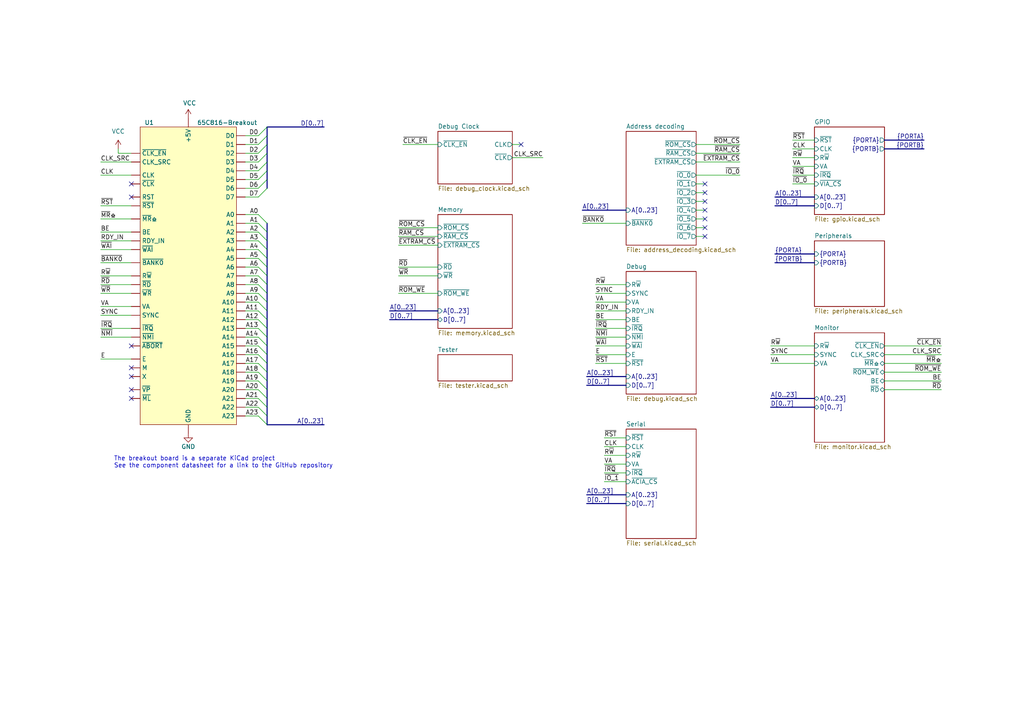
<source format=kicad_sch>
(kicad_sch (version 20211123) (generator eeschema)
  (paper "A4")
  (title_block (title "65C816 Homebrew Computer") (date "2022-09-26") (rev "A.30") (comment 2 "https://github.com/adrienkohlbecker/65C816") (comment 3 "Licensed under CERN-OHL-W v2") (comment 4 "Copyright © 2022 Adrien Kohlbecker"))
  (lib_symbols
    (symbol "65C816:65C816-Breakout"
      (property "Reference" "U" (at -12.7 44.45 0))
      (property "Value" "65C816-Breakout" (at 12.7 44.45 0))
      (symbol "65C816-Breakout_0_1"
        (rectangle (start -13.97 43.18) (end 13.97 -43.18) (fill (type background)))
      )
      (symbol "65C816-Breakout_1_1"
        (pin power_out line (at 0 45.72 270) (length 2.54) (name "+5V") (number ""))
        (pin tri_state line (at 16.51 17.78 180) (length 2.54) (name "A0") (number ""))
        (pin tri_state line (at 16.51 15.24 180) (length 2.54) (name "A1") (number ""))
        (pin tri_state line (at 16.51 -7.62 180) (length 2.54) (name "A10") (number ""))
        (pin tri_state line (at 16.51 -10.16 180) (length 2.54) (name "A11") (number ""))
        (pin tri_state line (at 16.51 -12.7 180) (length 2.54) (name "A12") (number ""))
        (pin tri_state line (at 16.51 -15.24 180) (length 2.54) (name "A13") (number ""))
        (pin tri_state line (at 16.51 -17.78 180) (length 2.54) (name "A14") (number ""))
        (pin tri_state line (at 16.51 -20.32 180) (length 2.54) (name "A15") (number ""))
        (pin bidirectional line (at 16.51 -22.86 180) (length 2.54) (name "A16") (number ""))
        (pin bidirectional line (at 16.51 -25.4 180) (length 2.54) (name "A17") (number ""))
        (pin bidirectional line (at 16.51 -27.94 180) (length 2.54) (name "A18") (number ""))
        (pin bidirectional line (at 16.51 -30.48 180) (length 2.54) (name "A19") (number ""))
        (pin tri_state line (at 16.51 12.7 180) (length 2.54) (name "A2") (number ""))
        (pin bidirectional line (at 16.51 -33.02 180) (length 2.54) (name "A20") (number ""))
        (pin bidirectional line (at 16.51 -35.56 180) (length 2.54) (name "A21") (number ""))
        (pin bidirectional line (at 16.51 -38.1 180) (length 2.54) (name "A22") (number ""))
        (pin bidirectional line (at 16.51 -40.64 180) (length 2.54) (name "A23") (number ""))
        (pin tri_state line (at 16.51 10.16 180) (length 2.54) (name "A3") (number ""))
        (pin tri_state line (at 16.51 7.62 180) (length 2.54) (name "A4") (number ""))
        (pin tri_state line (at 16.51 5.08 180) (length 2.54) (name "A5") (number ""))
        (pin tri_state line (at 16.51 2.54 180) (length 2.54) (name "A6") (number ""))
        (pin tri_state line (at 16.51 0 180) (length 2.54) (name "A7") (number ""))
        (pin tri_state line (at 16.51 -2.54 180) (length 2.54) (name "A8") (number ""))
        (pin tri_state line (at 16.51 -5.08 180) (length 2.54) (name "A9") (number ""))
        (pin input line (at -16.51 12.7 0) (length 2.54) (name "BE") (number ""))
        (pin output line (at -16.51 29.21 0) (length 2.54) (name "CLK") (number ""))
        (pin bidirectional line (at -16.51 33.02 0) (length 2.54) (name "CLK_SRC") (number ""))
        (pin bidirectional line (at 16.51 40.64 180) (length 2.54) (name "D0") (number ""))
        (pin bidirectional line (at 16.51 38.1 180) (length 2.54) (name "D1") (number ""))
        (pin bidirectional line (at 16.51 35.56 180) (length 2.54) (name "D2") (number ""))
        (pin bidirectional line (at 16.51 33.02 180) (length 2.54) (name "D3") (number ""))
        (pin bidirectional line (at 16.51 30.48 180) (length 2.54) (name "D4") (number ""))
        (pin bidirectional line (at 16.51 27.94 180) (length 2.54) (name "D5") (number ""))
        (pin bidirectional line (at 16.51 25.4 180) (length 2.54) (name "D6") (number ""))
        (pin bidirectional line (at 16.51 22.86 180) (length 2.54) (name "D7") (number ""))
        (pin output line (at -16.51 -24.13 0) (length 2.54) (name "E") (number ""))
        (pin power_out line (at 0 -45.72 90) (length 2.54) (name "GND") (number ""))
        (pin output line (at -16.51 -26.67 0) (length 2.54) (name "M") (number ""))
        (pin input line (at -16.51 10.16 0) (length 2.54) (name "RDY_IN") (number ""))
        (pin output line (at -16.51 22.86 0) (length 2.54) (name "RST") (number ""))
        (pin bidirectional line (at -16.51 0 0) (length 2.54) (name "R~{W}") (number ""))
        (pin output line (at -16.51 -11.43 0) (length 2.54) (name "SYNC") (number ""))
        (pin tri_state line (at -16.51 -8.89 0) (length 2.54) (name "VA") (number ""))
        (pin output line (at -16.51 -29.21 0) (length 2.54) (name "X") (number ""))
        (pin input line (at -16.51 -20.32 0) (length 2.54) (name "~{ABORT}") (number ""))
        (pin output line (at -16.51 3.81 0) (length 2.54) (name "~{BANK0}") (number ""))
        (pin input line (at -16.51 35.56 0) (length 2.54) (name "~{CLK_EN}") (number ""))
        (pin output line (at -16.51 26.67 0) (length 2.54) (name "~{CLK}") (number ""))
        (pin input line (at -16.51 -15.24 0) (length 2.54) (name "~{IRQ}") (number ""))
        (pin output line (at -16.51 -35.56 0) (length 2.54) (name "~{ML}") (number ""))
        (pin open_collector line (at -16.51 16.51 0) (length 2.54) (name "~{MR}⎒") (number ""))
        (pin input line (at -16.51 -17.78 0) (length 2.54) (name "~{NMI}") (number ""))
        (pin tri_state line (at -16.51 -2.54 0) (length 2.54) (name "~{RD}") (number ""))
        (pin output line (at -16.51 20.32 0) (length 2.54) (name "~{RST}") (number ""))
        (pin output line (at -16.51 -33.02 0) (length 2.54) (name "~{VP}") (number ""))
        (pin output line (at -16.51 7.62 0) (length 2.54) (name "~{WAI}") (number ""))
        (pin tri_state line (at -16.51 -5.08 0) (length 2.54) (name "~{WR}") (number ""))
      )
    )
    (symbol "power:GND" (power) (pin_names (offset 0))
      (property "Value" "GND" (at 0 -3.81 0))
      (symbol "GND_0_1"
        (polyline (pts (xy 0 0) (xy 0 -1.27) (xy 1.27 -1.27) (xy 0 -2.54) (xy -1.27 -1.27) (xy 0 -1.27)))
      )
      (symbol "GND_1_1"
        (pin power_in line (at 0 0 270) (length 0) hide (name "GND") (number "1"))
      )
    )
    (symbol "power:VCC" (power) (pin_names (offset 0))
      (property "Value" "VCC" (at 0 3.81 0))
      (symbol "VCC_0_1"
        (polyline (pts (xy -0.762 1.27) (xy 0 2.54)))
        (polyline (pts (xy 0 0) (xy 0 2.54)))
        (polyline (pts (xy 0 2.54) (xy 0.762 1.27)))
      )
      (symbol "VCC_1_1"
        (pin power_in line (at 0 0 90) (length 0) hide (name "VCC") (number "1"))
      )
    )
  )
  (no_connect (at 38.1 100.33))
  (no_connect (at 38.1 115.57))
  (no_connect (at 38.1 113.03))
  (no_connect (at 38.1 53.34))
  (no_connect (at 204.47 53.34))
  (no_connect (at 204.47 55.88))
  (no_connect (at 204.47 60.96))
  (no_connect (at 204.47 63.5))
  (no_connect (at 204.47 66.04))
  (no_connect (at 204.47 68.58))
  (no_connect (at 204.47 58.42))
  (no_connect (at 38.1 109.22))
  (no_connect (at 38.1 106.68))
  (no_connect (at 151.13 41.91))
  (no_connect (at 38.1 57.15))
  (bus_entry (at 77.47 105.41) (size -2.54 -2.54))
  (bus_entry (at 77.47 80.01) (size -2.54 -2.54))
  (bus_entry (at 77.47 54.61) (size -2.54 2.54))
  (bus_entry (at 77.47 118.11) (size -2.54 -2.54))
  (bus_entry (at 77.47 85.09) (size -2.54 -2.54))
  (bus_entry (at 77.47 67.31) (size -2.54 -2.54))
  (bus_entry (at 77.47 110.49) (size -2.54 -2.54))
  (bus_entry (at 77.47 49.53) (size -2.54 2.54))
  (bus_entry (at 77.47 74.93) (size -2.54 -2.54))
  (bus_entry (at 77.47 100.33) (size -2.54 -2.54))
  (bus_entry (at 77.47 69.85) (size -2.54 -2.54))
  (bus_entry (at 77.47 44.45) (size -2.54 2.54))
  (bus_entry (at 77.47 97.79) (size -2.54 -2.54))
  (bus_entry (at 77.47 41.91) (size -2.54 2.54))
  (bus_entry (at 77.47 87.63) (size -2.54 -2.54))
  (bus_entry (at 77.47 107.95) (size -2.54 -2.54))
  (bus_entry (at 77.47 64.77) (size -2.54 -2.54))
  (bus_entry (at 77.47 120.65) (size -2.54 -2.54))
  (bus_entry (at 77.47 113.03) (size -2.54 -2.54))
  (bus_entry (at 77.47 102.87) (size -2.54 -2.54))
  (bus_entry (at 77.47 36.83) (size -2.54 2.54))
  (bus_entry (at 77.47 82.55) (size -2.54 -2.54))
  (bus_entry (at 77.47 123.19) (size -2.54 -2.54))
  (bus_entry (at 77.47 46.99) (size -2.54 2.54))
  (bus_entry (at 77.47 90.17) (size -2.54 -2.54))
  (bus_entry (at 77.47 72.39) (size -2.54 -2.54))
  (bus_entry (at 77.47 92.71) (size -2.54 -2.54))
  (bus_entry (at 77.47 95.25) (size -2.54 -2.54))
  (bus_entry (at 77.47 115.57) (size -2.54 -2.54))
  (bus_entry (at 77.47 77.47) (size -2.54 -2.54))
  (bus_entry (at 77.47 39.37) (size -2.54 2.54))
  (bus_entry (at 77.47 52.07) (size -2.54 2.54))
  (wire (pts (xy 71.12 102.87) (xy 74.93 102.87)))
  (wire (pts (xy 71.12 54.61) (xy 74.93 54.61)))
  (wire (pts (xy 172.72 97.79) (xy 181.61 97.79)))
  (wire (pts (xy 71.12 41.91) (xy 74.93 41.91)))
  (wire (pts (xy 256.54 113.03) (xy 273.05 113.03)))
  (bus (pts (xy 113.03 90.17) (xy 127 90.17)))
  (wire (pts (xy 201.93 60.96) (xy 204.47 60.96)))
  (wire (pts (xy 172.72 102.87) (xy 181.61 102.87)))
  (wire (pts (xy 38.1 97.79) (xy 29.21 97.79)))
  (wire (pts (xy 71.12 90.17) (xy 74.93 90.17)))
  (bus (pts (xy 77.47 113.03) (xy 77.47 115.57)))
  (wire (pts (xy 115.57 77.47) (xy 127 77.47)))
  (wire (pts (xy 34.29 43.18) (xy 34.29 44.45)))
  (wire (pts (xy 201.93 63.5) (xy 204.47 63.5)))
  (wire (pts (xy 71.12 113.03) (xy 74.93 113.03)))
  (wire (pts (xy 229.87 40.64) (xy 236.22 40.64)))
  (wire (pts (xy 175.26 139.7) (xy 181.61 139.7)))
  (bus (pts (xy 77.47 72.39) (xy 77.47 74.93)))
  (wire (pts (xy 71.12 118.11) (xy 74.93 118.11)))
  (bus (pts (xy 77.47 46.99) (xy 77.47 49.53)))
  (wire (pts (xy 29.21 50.8) (xy 38.1 50.8)))
  (wire (pts (xy 71.12 120.65) (xy 74.93 120.65)))
  (wire (pts (xy 71.12 49.53) (xy 74.93 49.53)))
  (bus (pts (xy 77.47 102.87) (xy 77.47 105.41)))
  (wire (pts (xy 38.1 69.85) (xy 29.21 69.85)))
  (wire (pts (xy 201.93 41.91) (xy 214.63 41.91)))
  (wire (pts (xy 181.61 95.25) (xy 172.72 95.25)))
  (bus (pts (xy 77.47 41.91) (xy 77.47 44.45)))
  (wire (pts (xy 175.26 132.08) (xy 181.61 132.08)))
  (bus (pts (xy 77.47 85.09) (xy 77.47 87.63)))
  (bus (pts (xy 77.47 120.65) (xy 77.47 123.19)))
  (bus (pts (xy 77.47 36.83) (xy 77.47 39.37)))
  (wire (pts (xy 29.21 59.69) (xy 38.1 59.69)))
  (bus (pts (xy 224.79 57.15) (xy 236.22 57.15)))
  (wire (pts (xy 223.52 102.87) (xy 236.22 102.87)))
  (wire (pts (xy 71.12 115.57) (xy 74.93 115.57)))
  (wire (pts (xy 71.12 39.37) (xy 74.93 39.37)))
  (wire (pts (xy 71.12 97.79) (xy 74.93 97.79)))
  (bus (pts (xy 77.47 44.45) (xy 77.47 46.99)))
  (bus (pts (xy 77.47 74.93) (xy 77.47 77.47)))
  (wire (pts (xy 229.87 43.18) (xy 236.22 43.18)))
  (wire (pts (xy 71.12 77.47) (xy 74.93 77.47)))
  (wire (pts (xy 71.12 74.93) (xy 74.93 74.93)))
  (wire (pts (xy 71.12 62.23) (xy 74.93 62.23)))
  (wire (pts (xy 71.12 82.55) (xy 74.93 82.55)))
  (wire (pts (xy 71.12 110.49) (xy 74.93 110.49)))
  (wire (pts (xy 175.26 137.16) (xy 181.61 137.16)))
  (wire (pts (xy 115.57 66.04) (xy 127 66.04)))
  (wire (pts (xy 29.21 85.09) (xy 38.1 85.09)))
  (wire (pts (xy 172.72 87.63) (xy 181.61 87.63)))
  (bus (pts (xy 77.47 82.55) (xy 77.47 85.09)))
  (wire (pts (xy 229.87 45.72) (xy 236.22 45.72)))
  (wire (pts (xy 172.72 82.55) (xy 181.61 82.55)))
  (bus (pts (xy 77.47 80.01) (xy 77.47 82.55)))
  (wire (pts (xy 201.93 53.34) (xy 204.47 53.34)))
  (wire (pts (xy 115.57 80.01) (xy 127 80.01)))
  (bus (pts (xy 77.47 115.57) (xy 77.47 118.11)))
  (wire (pts (xy 29.21 104.14) (xy 38.1 104.14)))
  (wire (pts (xy 71.12 44.45) (xy 74.93 44.45)))
  (wire (pts (xy 71.12 105.41) (xy 74.93 105.41)))
  (bus (pts (xy 77.47 97.79) (xy 77.47 100.33)))
  (wire (pts (xy 71.12 64.77) (xy 74.93 64.77)))
  (wire (pts (xy 71.12 85.09) (xy 74.93 85.09)))
  (wire (pts (xy 29.21 91.44) (xy 38.1 91.44)))
  (bus (pts (xy 256.54 43.18) (xy 267.97 43.18)))
  (wire (pts (xy 172.72 105.41) (xy 181.61 105.41)))
  (wire (pts (xy 71.12 80.01) (xy 74.93 80.01)))
  (wire (pts (xy 29.21 72.39) (xy 38.1 72.39)))
  (wire (pts (xy 71.12 52.07) (xy 74.93 52.07)))
  (wire (pts (xy 172.72 90.17) (xy 181.61 90.17)))
  (wire (pts (xy 201.93 50.8) (xy 214.63 50.8)))
  (wire (pts (xy 148.59 45.72) (xy 157.48 45.72)))
  (bus (pts (xy 93.98 36.83) (xy 77.47 36.83)))
  (bus (pts (xy 113.03 92.71) (xy 127 92.71)))
  (bus (pts (xy 77.47 105.41) (xy 77.47 107.95)))
  (wire (pts (xy 71.12 87.63) (xy 74.93 87.63)))
  (bus (pts (xy 77.47 92.71) (xy 77.47 95.25)))
  (wire (pts (xy 34.29 44.45) (xy 38.1 44.45)))
  (wire (pts (xy 71.12 100.33) (xy 74.93 100.33)))
  (wire (pts (xy 256.54 102.87) (xy 273.05 102.87)))
  (wire (pts (xy 273.05 100.33) (xy 256.54 100.33)))
  (wire (pts (xy 38.1 95.25) (xy 29.21 95.25)))
  (bus (pts (xy 77.47 52.07) (xy 77.47 54.61)))
  (wire (pts (xy 181.61 85.09) (xy 172.72 85.09)))
  (bus (pts (xy 170.18 146.05) (xy 181.61 146.05)))
  (bus (pts (xy 168.91 60.96) (xy 181.61 60.96)))
  (wire (pts (xy 223.52 105.41) (xy 236.22 105.41)))
  (wire (pts (xy 29.21 63.5) (xy 38.1 63.5)))
  (wire (pts (xy 71.12 107.95) (xy 74.93 107.95)))
  (bus (pts (xy 77.47 100.33) (xy 77.47 102.87)))
  (bus (pts (xy 77.47 107.95) (xy 77.47 110.49)))
  (wire (pts (xy 172.72 100.33) (xy 181.61 100.33)))
  (bus (pts (xy 224.79 59.69) (xy 236.22 59.69)))
  (wire (pts (xy 201.93 68.58) (xy 204.47 68.58)))
  (bus (pts (xy 181.61 111.76) (xy 170.18 111.76)))
  (wire (pts (xy 71.12 92.71) (xy 74.93 92.71)))
  (bus (pts (xy 77.47 64.77) (xy 77.47 67.31)))
  (bus (pts (xy 77.47 69.85) (xy 77.47 72.39)))
  (wire (pts (xy 273.05 105.41) (xy 256.54 105.41)))
  (wire (pts (xy 223.52 100.33) (xy 236.22 100.33)))
  (wire (pts (xy 168.91 64.77) (xy 181.61 64.77)))
  (bus (pts (xy 77.47 39.37) (xy 77.47 41.91)))
  (wire (pts (xy 71.12 57.15) (xy 74.93 57.15)))
  (wire (pts (xy 115.57 85.09) (xy 127 85.09)))
  (wire (pts (xy 38.1 46.99) (xy 29.21 46.99)))
  (wire (pts (xy 175.26 127) (xy 181.61 127)))
  (bus (pts (xy 77.47 118.11) (xy 77.47 120.65)))
  (wire (pts (xy 148.59 41.91) (xy 151.13 41.91)))
  (wire (pts (xy 229.87 50.8) (xy 236.22 50.8)))
  (wire (pts (xy 116.84 41.91) (xy 127 41.91)))
  (bus (pts (xy 223.52 118.11) (xy 236.22 118.11)))
  (bus (pts (xy 77.47 110.49) (xy 77.47 113.03)))
  (wire (pts (xy 71.12 95.25) (xy 74.93 95.25)))
  (wire (pts (xy 175.26 129.54) (xy 181.61 129.54)))
  (bus (pts (xy 77.47 90.17) (xy 77.47 92.71)))
  (bus (pts (xy 236.22 76.2) (xy 224.79 76.2)))
  (bus (pts (xy 77.47 87.63) (xy 77.47 90.17)))
  (wire (pts (xy 71.12 46.99) (xy 74.93 46.99)))
  (wire (pts (xy 29.21 76.2) (xy 38.1 76.2)))
  (wire (pts (xy 175.26 134.62) (xy 181.61 134.62)))
  (bus (pts (xy 77.47 95.25) (xy 77.47 97.79)))
  (wire (pts (xy 29.21 82.55) (xy 38.1 82.55)))
  (wire (pts (xy 38.1 67.31) (xy 29.21 67.31)))
  (wire (pts (xy 201.93 46.99) (xy 214.63 46.99)))
  (bus (pts (xy 77.47 77.47) (xy 77.47 80.01)))
  (wire (pts (xy 172.72 92.71) (xy 181.61 92.71)))
  (wire (pts (xy 201.93 66.04) (xy 204.47 66.04)))
  (bus (pts (xy 170.18 143.51) (xy 181.61 143.51)))
  (wire (pts (xy 29.21 88.9) (xy 38.1 88.9)))
  (wire (pts (xy 229.87 48.26) (xy 236.22 48.26)))
  (bus (pts (xy 236.22 73.66) (xy 224.79 73.66)))
  (bus (pts (xy 77.47 67.31) (xy 77.47 69.85)))
  (bus (pts (xy 223.52 115.57) (xy 236.22 115.57)))
  (wire (pts (xy 256.54 107.95) (xy 273.05 107.95)))
  (wire (pts (xy 71.12 67.31) (xy 74.93 67.31)))
  (bus (pts (xy 93.98 123.19) (xy 77.47 123.19)))
  (wire (pts (xy 71.12 69.85) (xy 74.93 69.85)))
  (wire (pts (xy 71.12 72.39) (xy 74.93 72.39)))
  (bus (pts (xy 77.47 49.53) (xy 77.47 52.07)))
  (wire (pts (xy 115.57 68.58) (xy 127 68.58)))
  (wire (pts (xy 256.54 110.49) (xy 273.05 110.49)))
  (bus (pts (xy 256.54 40.64) (xy 267.97 40.64)))
  (wire (pts (xy 201.93 58.42) (xy 204.47 58.42)))
  (bus (pts (xy 170.18 109.22) (xy 181.61 109.22)))
  (wire (pts (xy 201.93 55.88) (xy 204.47 55.88)))
  (wire (pts (xy 29.21 80.01) (xy 38.1 80.01)))
  (wire (pts (xy 115.57 71.12) (xy 127 71.12)))
  (wire (pts (xy 201.93 44.45) (xy 214.63 44.45)))
  (wire (pts (xy 229.87 53.34) (xy 236.22 53.34)))
  (text "The breakout board is a separate KiCad project\nSee the component datasheet for a link to the GitHub repository" (at 33.02 135.89 0) (effects (font (size 1.27 1.27)) (justify left bottom)))
  (label "A8" (at 74.93 82.55 180))
  (label "~{IRQ}" (at 229.87 50.8 0))
  (label "~{ROM_WE}" (at 115.57 85.09 0))
  (label "VA" (at 229.87 48.26 0))
  (label "~{EXTRAM_CS}" (at 214.63 46.99 180))
  (label "A[0..23]" (at 223.52 115.57 0))
  (label "R~{W}" (at 223.52 100.33 0))
  (label "A9" (at 74.93 85.09 180))
  (label "D0" (at 74.93 39.37 180))
  (label "D4" (at 74.93 49.53 180))
  (label "D6" (at 74.93 54.61 180))
  (label "A23" (at 74.93 120.65 180))
  (label "A10" (at 74.93 87.63 180))
  (label "CLK" (at 175.26 129.54 0))
  (label "E" (at 172.72 102.87 0))
  (label "~{ROM_CS}" (at 115.57 66.04 0))
  (label "D1" (at 74.93 41.91 180))
  (label "{PORTA}" (at 224.79 73.66 0))
  (label "~{RST}" (at 172.72 105.41 0))
  (label "A5" (at 74.93 74.93 180))
  (label "A[0..23]" (at 170.18 143.51 0))
  (label "R~{W}" (at 175.26 132.08 0))
  (label "~{IO_0}" (at 229.87 53.34 0))
  (label "VA" (at 175.26 134.62 0))
  (label "{PORTB}" (at 267.97 43.18 180))
  (label "D[0..7]" (at 93.98 36.83 180))
  (label "~{WAI}" (at 29.21 72.39 0))
  (label "A[0..23]" (at 93.98 123.19 180))
  (label "VA" (at 29.21 88.9 0))
  (label "A[0..23]" (at 113.03 90.17 0))
  (label "A0" (at 74.93 62.23 180))
  (label "D[0..7]" (at 224.79 59.69 0))
  (label "R~{W}" (at 172.72 82.55 0))
  (label "D7" (at 74.93 57.15 180))
  (label "~{RST}" (at 29.21 59.69 0))
  (label "~{WR}" (at 115.57 80.01 0))
  (label "A3" (at 74.93 69.85 180))
  (label "BE" (at 172.72 92.71 0))
  (label "~{RAM_CS}" (at 214.63 44.45 180))
  (label "RDY_IN" (at 29.21 69.85 0))
  (label "A6" (at 74.93 77.47 180))
  (label "R~{W}" (at 29.21 80.01 0))
  (label "{PORTB}" (at 224.79 76.2 0))
  (label "A12" (at 74.93 92.71 180))
  (label "A4" (at 74.93 72.39 180))
  (label "~{RD}" (at 273.05 113.03 180))
  (label "CLK" (at 229.87 43.18 0))
  (label "A11" (at 74.93 90.17 180))
  (label "A20" (at 74.93 113.03 180))
  (label "~{IRQ}" (at 175.26 137.16 0))
  (label "A7" (at 74.93 80.01 180))
  (label "CLK_SRC" (at 29.21 46.99 0))
  (label "SYNC" (at 172.72 85.09 0))
  (label "D[0..7]" (at 170.18 146.05 0))
  (label "A[0..23]" (at 168.91 60.96 0))
  (label "A16" (at 74.93 102.87 180))
  (label "CLK" (at 29.21 50.8 0))
  (label "~{WR}" (at 29.21 85.09 0))
  (label "CLK_SRC" (at 157.48 45.72 180))
  (label "~{RD}" (at 115.57 77.47 0))
  (label "~{IO_1}" (at 175.26 139.7 0))
  (label "RDY_IN" (at 172.72 90.17 0))
  (label "~{BANK0}" (at 168.91 64.77 0))
  (label "VA" (at 172.72 87.63 0))
  (label "D[0..7]" (at 113.03 92.71 0))
  (label "~{IRQ}" (at 172.72 95.25 0))
  (label "A17" (at 74.93 105.41 180))
  (label "~{NMI}" (at 29.21 97.79 0))
  (label "A1" (at 74.93 64.77 180))
  (label "A15" (at 74.93 100.33 180))
  (label "~{EXTRAM_CS}" (at 115.57 71.12 0))
  (label "D[0..7]" (at 223.52 118.11 0))
  (label "D5" (at 74.93 52.07 180))
  (label "SYNC" (at 29.21 91.44 0))
  (label "R~{W}" (at 229.87 45.72 0))
  (label "E" (at 29.21 104.14 0))
  (label "~{CLK_EN}" (at 116.84 41.91 0))
  (label "~{WAI}" (at 172.72 100.33 0))
  (label "~{CLK_EN}" (at 273.05 100.33 180))
  (label "CLK_SRC" (at 273.05 102.87 180))
  (label "{PORTA}" (at 267.97 40.64 180))
  (label "A18" (at 74.93 107.95 180))
  (label "~{RST}" (at 175.26 127 0))
  (label "D2" (at 74.93 44.45 180))
  (label "~{IRQ}" (at 29.21 95.25 0))
  (label "A2" (at 74.93 67.31 180))
  (label "A22" (at 74.93 118.11 180))
  (label "BE" (at 273.05 110.49 180))
  (label "~{MR}⎒" (at 29.21 63.5 0))
  (label "A[0..23]" (at 170.18 109.22 0))
  (label "~{ROM_WE}" (at 273.05 107.95 180))
  (label "A14" (at 74.93 97.79 180))
  (label "~{BANK0}" (at 29.21 76.2 0))
  (label "BE" (at 29.21 67.31 0))
  (label "~{RAM_CS}" (at 115.57 68.58 0))
  (label "~{ROM_CS}" (at 214.63 41.91 180))
  (label "SYNC" (at 223.52 102.87 0))
  (label "A13" (at 74.93 95.25 180))
  (label "A19" (at 74.93 110.49 180))
  (label "~{RD}" (at 29.21 82.55 0))
  (label "~{NMI}" (at 172.72 97.79 0))
  (label "~{MR}⎒" (at 273.05 105.41 180))
  (label "A[0..23]" (at 224.79 57.15 0))
  (label "~{IO_0}" (at 214.63 50.8 180))
  (label "D3" (at 74.93 46.99 180))
  (label "A21" (at 74.93 115.57 180))
  (label "D[0..7]" (at 170.18 111.76 0))
  (label "VA" (at 223.52 105.41 0))
  (label "~{RST}" (at 229.87 40.64 0))
  (symbol (lib_id "power:VCC") (at 34.29 43.18 0) (unit 1)
    (property "Reference" "#PWR01" (effects hide))
    (property "Value" "VCC" (at 34.29 38.1 0))
  )
  (symbol (lib_id "65C816:65C816-Breakout") (at 54.61 80.01 0) (unit 1)
    (property "Reference" "U1" (at 41.91 35.56 0) (effects (justify left)))
    (property "Value" "65C816-Breakout" (at 57.15 35.56 0) (effects (justify left)))
    (property "Datasheet" "https://github.com/adrienkohlbecker/65C816/tree/main/hardware/breakout" (effects hide))
  )
  (symbol (lib_id "power:VCC") (at 54.61 34.29 0) (unit 1)
    (property "Reference" "#PWR02" (effects hide))
    (property "Value" "VCC" (at 54.991 29.8958 0))
  )
  (symbol (lib_id "power:GND") (at 54.61 125.73 0) (unit 1)
    (property "Reference" "#PWR03" (effects hide))
    (property "Value" "GND" (at 54.61 129.54 0))
  )
  (sheet (at 127 38.1) (size 21.59 15.24)
    (property "Sheet name" "Debug Clock" (at 127 37.3884 0) (effects (justify left bottom)))
    (property "Sheet file" "debug_clock.kicad_sch" (at 127 53.9246 0) (effects (justify left top)))
    (pin "CLK" output (at 148.59 41.91 0))
    (pin "~{CLK}" output (at 148.59 45.72 0))
    (pin "~{CLK_EN}" input (at 127 41.91 180))
  )
  (sheet (at 181.61 78.74) (size 20.32 35.56)
    (property "Sheet name" "Debug" (at 181.61 78.0284 0) (effects (justify left bottom)))
    (property "Sheet file" "debug.kicad_sch" (at 181.61 114.8846 0) (effects (justify left top)))
    (pin "R~{W}" input (at 181.61 82.55 180))
    (pin "~{IRQ}" input (at 181.61 95.25 180))
    (pin "BE" input (at 181.61 92.71 180))
    (pin "~{NMI}" input (at 181.61 97.79 180))
    (pin "~{WAI}" input (at 181.61 100.33 180))
    (pin "D[0..7]" input (at 181.61 111.76 180))
    (pin "E" input (at 181.61 102.87 180))
    (pin "RDY_IN" input (at 181.61 90.17 180))
    (pin "A[0..23]" input (at 181.61 109.22 180))
    (pin "~{RST}" input (at 181.61 105.41 180))
    (pin "SYNC" input (at 181.61 85.09 180))
    (pin "VA" input (at 181.61 87.63 180))
  )
  (sheet (at 127 102.87) (size 21.59 7.62)
    (property "Sheet name" "Tester" (at 127 102.1584 0) (effects (justify left bottom)))
    (property "Sheet file" "tester.kicad_sch" (at 127 111.0746 0) (effects (justify left top)))
  )
  (sheet (at 127 62.23) (size 21.59 33.02) (stroke (width 0.1524))
    (property "Sheet name" "Memory" (at 127 61.5184 0) (effects (justify left bottom)))
    (property "Sheet file" "memory.kicad_sch" (at 127 95.8346 0) (effects (justify left top)))
    (pin "D[0..7]" bidirectional (at 127 92.71 180))
    (pin "~{ROM_CS}" input (at 127 66.04 180))
    (pin "~{RD}" input (at 127 77.47 180))
    (pin "~{WR}" input (at 127 80.01 180))
    (pin "~{RAM_CS}" input (at 127 68.58 180))
    (pin "~{ROM_WE}" input (at 127 85.09 180))
    (pin "A[0..23]" input (at 127 90.17 180))
    (pin "~{EXTRAM_CS}" input (at 127 71.12 180))
  )
  (sheet (at 181.61 124.46) (size 20.32 31.75) (stroke (width 0.1524))
    (property "Sheet name" "Serial" (at 181.61 123.7484 0) (effects (justify left bottom)))
    (property "Sheet file" "serial.kicad_sch" (at 181.61 156.7946 0) (effects (justify left top)))
    (pin "CLK" input (at 181.61 129.54 180))
    (pin "VA" input (at 181.61 134.62 180))
    (pin "R~{W}" input (at 181.61 132.08 180))
    (pin "~{RST}" input (at 181.61 127 180))
    (pin "A[0..23]" input (at 181.61 143.51 180))
    (pin "D[0..7]" input (at 181.61 146.05 180))
    (pin "~{IRQ}" input (at 181.61 137.16 180))
    (pin "~{ACIA_CS}" input (at 181.61 139.7 180))
  )
  (sheet (at 236.22 69.85) (size 20.32 19.05) (stroke (width 0.1524))
    (property "Sheet name" "Peripherals" (at 236.22 69.1384 0) (effects (justify left bottom)))
    (property "Sheet file" "peripherals.kicad_sch" (at 236.22 89.4846 0) (effects (justify left top)))
    (pin "{PORTA}" input (at 236.22 73.66 180))
    (pin "{PORTB}" input (at 236.22 76.2 180))
  )
  (sheet (at 236.22 96.52) (size 20.32 31.75) (stroke (width 0.1524))
    (property "Sheet name" "Monitor" (at 236.22 95.8084 0) (effects (justify left bottom)))
    (property "Sheet file" "monitor.kicad_sch" (at 236.22 128.8546 0) (effects (justify left top)))
    (pin "R~{W}" input (at 236.22 100.33 180))
    (pin "SYNC" input (at 236.22 102.87 180))
    (pin "VA" input (at 236.22 105.41 180))
    (pin "~{CLK_EN}" output (at 256.54 100.33 0))
    (pin "A[0..23]" bidirectional (at 236.22 115.57 180))
    (pin "D[0..7]" bidirectional (at 236.22 118.11 180))
    (pin "~{RD}" tri_state (at 256.54 113.03 0))
    (pin "BE" tri_state (at 256.54 110.49 0))
    (pin "~{MR}⎒" bidirectional (at 256.54 105.41 0))
    (pin "~{ROM_WE}" tri_state (at 256.54 107.95 0))
    (pin "CLK_SRC" tri_state (at 256.54 102.87 0))
  )
  (sheet (at 236.22 36.83) (size 20.32 25.4) (stroke (width 0.1524))
    (property "Sheet name" "GPIO" (at 236.22 36.1184 0) (effects (justify left bottom)))
    (property "Sheet file" "gpio.kicad_sch" (at 236.22 62.8146 0) (effects (justify left top)))
    (pin "~{VIA_CS}" input (at 236.22 53.34 180))
    (pin "D[0..7]" input (at 236.22 59.69 180))
    (pin "A[0..23]" input (at 236.22 57.15 180))
    (pin "~{RST}" input (at 236.22 40.64 180))
    (pin "R~{W}" input (at 236.22 45.72 180))
    (pin "CLK" input (at 236.22 43.18 180))
    (pin "~{IRQ}" input (at 236.22 50.8 180))
    (pin "VA" input (at 236.22 48.26 180))
    (pin "{PORTA}" output (at 256.54 40.64 0))
    (pin "{PORTB}" output (at 256.54 43.18 0))
  )
  (sheet (at 181.61 38.1) (size 20.32 33.02) (stroke (width 0.1524))
    (property "Sheet name" "Address decoding" (at 181.61 37.3884 0) (effects (justify left bottom)))
    (property "Sheet file" "address_decoding.kicad_sch" (at 181.61 71.7046 0) (effects (justify left top)))
    (pin "~{ROM_CS}" output (at 201.93 41.91 0))
    (pin "~{RAM_CS}" output (at 201.93 44.45 0))
    (pin "A[0..23]" input (at 181.61 60.96 180))
    (pin "~{EXTRAM_CS}" output (at 201.93 46.99 0))
    (pin "~{IO_0}" output (at 201.93 50.8 0))
    (pin "~{IO_6}" output (at 201.93 66.04 0))
    (pin "~{IO_5}" output (at 201.93 63.5 0))
    (pin "~{IO_1}" output (at 201.93 53.34 0))
    (pin "~{IO_4}" output (at 201.93 60.96 0))
    (pin "~{IO_7}" output (at 201.93 68.58 0))
    (pin "~{IO_3}" output (at 201.93 58.42 0))
    (pin "~{IO_2}" output (at 201.93 55.88 0))
    (pin "~{BANK0}" input (at 181.61 64.77 180))
  )
)
</source>
